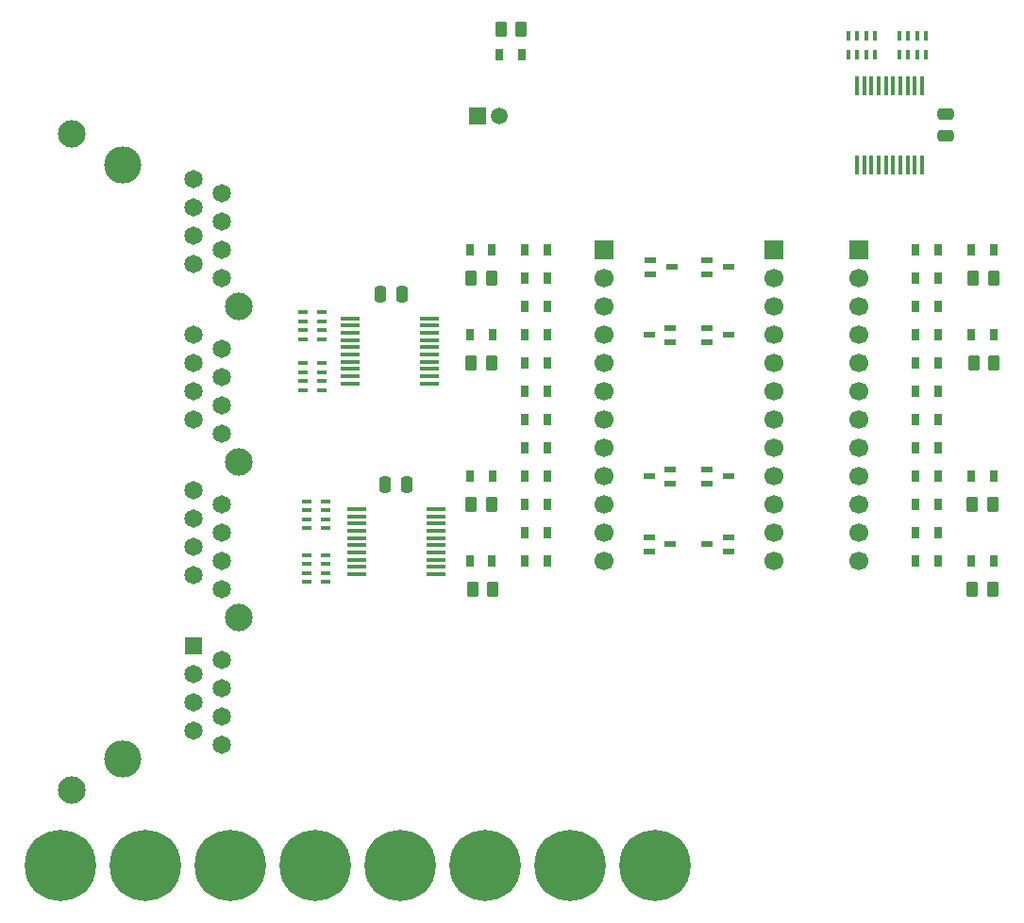
<source format=gts>
%TF.GenerationSoftware,KiCad,Pcbnew,9.0.4*%
%TF.CreationDate,2025-09-13T12:09:18+02:00*%
%TF.ProjectId,HCP65 24 Pin Tester,48435036-3520-4323-9420-50696e205465,V1*%
%TF.SameCoordinates,Original*%
%TF.FileFunction,Soldermask,Top*%
%TF.FilePolarity,Negative*%
%FSLAX46Y46*%
G04 Gerber Fmt 4.6, Leading zero omitted, Abs format (unit mm)*
G04 Created by KiCad (PCBNEW 9.0.4) date 2025-09-13 12:09:18*
%MOMM*%
%LPD*%
G01*
G04 APERTURE LIST*
G04 Aperture macros list*
%AMRoundRect*
0 Rectangle with rounded corners*
0 $1 Rounding radius*
0 $2 $3 $4 $5 $6 $7 $8 $9 X,Y pos of 4 corners*
0 Add a 4 corners polygon primitive as box body*
4,1,4,$2,$3,$4,$5,$6,$7,$8,$9,$2,$3,0*
0 Add four circle primitives for the rounded corners*
1,1,$1+$1,$2,$3*
1,1,$1+$1,$4,$5*
1,1,$1+$1,$6,$7*
1,1,$1+$1,$8,$9*
0 Add four rect primitives between the rounded corners*
20,1,$1+$1,$2,$3,$4,$5,0*
20,1,$1+$1,$4,$5,$6,$7,0*
20,1,$1+$1,$6,$7,$8,$9,0*
20,1,$1+$1,$8,$9,$2,$3,0*%
G04 Aperture macros list end*
%ADD10R,1.500000X1.500000*%
%ADD11C,1.500000*%
%ADD12C,6.400000*%
%ADD13R,0.800000X1.000000*%
%ADD14RoundRect,0.250000X-0.262500X-0.450000X0.262500X-0.450000X0.262500X0.450000X-0.262500X0.450000X0*%
%ADD15R,0.900000X0.450000*%
%ADD16R,1.000000X0.550000*%
%ADD17RoundRect,0.250000X0.475000X-0.250000X0.475000X0.250000X-0.475000X0.250000X-0.475000X-0.250000X0*%
%ADD18R,1.800000X0.450000*%
%ADD19R,0.450000X1.800000*%
%ADD20R,0.450000X0.900000*%
%ADD21RoundRect,0.250000X0.250000X0.475000X-0.250000X0.475000X-0.250000X-0.475000X0.250000X-0.475000X0*%
%ADD22C,2.475000*%
%ADD23C,1.650000*%
%ADD24R,1.650000X1.650000*%
%ADD25C,3.330000*%
%ADD26C,1.700000*%
%ADD27R,1.700000X1.700000*%
G04 APERTURE END LIST*
D10*
%TO.C,C10*%
X25432000Y5715000D03*
D11*
X27432000Y5715000D03*
%TD*%
D12*
%TO.C,H4*%
X3247002Y-61595496D03*
%TD*%
D13*
%TO.C,LED4*%
X69752499Y-26670000D03*
X71752500Y-26670000D03*
%TD*%
%TO.C,LED25*%
X64785999Y-8890000D03*
X66786000Y-8890000D03*
%TD*%
%TO.C,LED29*%
X64785999Y-19050000D03*
X66786000Y-19050000D03*
%TD*%
D12*
%TO.C,H7*%
X18487002Y-61595496D03*
%TD*%
D13*
%TO.C,LED19*%
X64785999Y-34290000D03*
X66786000Y-34290000D03*
%TD*%
D14*
%TO.C,R1*%
X26693500Y-8880000D03*
X24868500Y-8880000D03*
%TD*%
D13*
%TO.C,LED12*%
X31734001Y-13970000D03*
X29734000Y-13970000D03*
%TD*%
D14*
%TO.C,R11*%
X71651500Y-36820000D03*
X69826500Y-36820000D03*
%TD*%
D13*
%TO.C,LED14*%
X31734001Y-8890000D03*
X29734000Y-8890000D03*
%TD*%
%TO.C,LED5*%
X26767501Y-34290000D03*
X24767500Y-34290000D03*
%TD*%
D12*
%TO.C,H8*%
X33727002Y-61595496D03*
%TD*%
D13*
%TO.C,LED20*%
X31734001Y-34290000D03*
X29734000Y-34290000D03*
%TD*%
%TO.C,LED1*%
X26767501Y-6350000D03*
X24767500Y-6350000D03*
%TD*%
%TO.C,LED30*%
X64785999Y-21590000D03*
X66786000Y-21590000D03*
%TD*%
D15*
%TO.C,RN1*%
X9796000Y-18896200D03*
X9796000Y-18096200D03*
X9796000Y-17296200D03*
X9796000Y-16496200D03*
X11496000Y-16496200D03*
X11496000Y-17296200D03*
X11496000Y-18096200D03*
X11496000Y-18896200D03*
%TD*%
D13*
%TO.C,LED27*%
X64785999Y-13970000D03*
X66786000Y-13970000D03*
%TD*%
D16*
%TO.C,D5*%
X42732999Y-32766000D03*
X40833000Y-33416000D03*
X40833000Y-32116000D03*
%TD*%
D13*
%TO.C,LED22*%
X31734001Y-29210000D03*
X29734000Y-29210000D03*
%TD*%
D12*
%TO.C,H6*%
X26107002Y-61595496D03*
%TD*%
D13*
%TO.C,LED9*%
X31734001Y-21590000D03*
X29734000Y-21590000D03*
%TD*%
D14*
%TO.C,R7*%
X26709500Y-29200000D03*
X24884500Y-29200000D03*
%TD*%
D13*
%TO.C,LED8*%
X26783501Y-26670000D03*
X24783500Y-26670000D03*
%TD*%
D12*
%TO.C,H3*%
X-4372998Y-61595496D03*
%TD*%
D13*
%TO.C,LED26*%
X64785999Y-11430000D03*
X66786000Y-11430000D03*
%TD*%
%TO.C,LED13*%
X31734001Y-11430000D03*
X29734000Y-11430000D03*
%TD*%
%TO.C,LED21*%
X31734001Y-31750000D03*
X29734000Y-31750000D03*
%TD*%
%TO.C,LED15*%
X31734001Y-6350000D03*
X29734000Y-6350000D03*
%TD*%
%TO.C,LED16*%
X64785999Y-26670000D03*
X66786000Y-26670000D03*
%TD*%
%TO.C,LED3*%
X69736499Y-13970000D03*
X71736500Y-13970000D03*
%TD*%
D17*
%TO.C,C2*%
X67493000Y5836000D03*
X67493000Y3936000D03*
%TD*%
D12*
%TO.C,H5*%
X10867002Y-61595496D03*
%TD*%
D16*
%TO.C,D1*%
X42859999Y-7874000D03*
X40960000Y-8524000D03*
X40960000Y-7224000D03*
%TD*%
D15*
%TO.C,RN6*%
X10101000Y-31299000D03*
X10101000Y-30499000D03*
X10101000Y-29699000D03*
X10101000Y-28899000D03*
X11801000Y-28899000D03*
X11801000Y-29699000D03*
X11801000Y-30499000D03*
X11801000Y-31299000D03*
%TD*%
D18*
%TO.C,IC1*%
X21146000Y-12457000D03*
X21146000Y-13107000D03*
X21146001Y-13757000D03*
X21146000Y-14407000D03*
X21146000Y-15057000D03*
X21146000Y-15707000D03*
X21146000Y-16357000D03*
X21146001Y-17007000D03*
X21146000Y-17657000D03*
X21146000Y-18307000D03*
X14046000Y-18307000D03*
X14046000Y-17657000D03*
X14045999Y-17007000D03*
X14046000Y-16357000D03*
X14046000Y-15707000D03*
X14046000Y-15057000D03*
X14046000Y-14407000D03*
X14045999Y-13757000D03*
X14046000Y-13107000D03*
X14046000Y-12457000D03*
%TD*%
D19*
%TO.C,IC3*%
X65338000Y1282000D03*
X64688000Y1282000D03*
X64038000Y1281999D03*
X63388000Y1282000D03*
X62738000Y1282000D03*
X62088000Y1282000D03*
X61438000Y1282000D03*
X60788000Y1281999D03*
X60138000Y1282000D03*
X59488000Y1282000D03*
X59488000Y8382000D03*
X60138000Y8382000D03*
X60788000Y8382001D03*
X61438000Y8382000D03*
X62088000Y8382000D03*
X62738000Y8382000D03*
X63388000Y8382000D03*
X64038000Y8382001D03*
X64688000Y8382000D03*
X65338000Y8382000D03*
%TD*%
D13*
%TO.C,LED6*%
X69736499Y-6350000D03*
X71736500Y-6350000D03*
%TD*%
D20*
%TO.C,RN9*%
X63286000Y12892000D03*
X64086000Y12892000D03*
X64886000Y12892000D03*
X65686000Y12892000D03*
X65686000Y11192000D03*
X64886000Y11192000D03*
X64086000Y11192000D03*
X63286000Y11192000D03*
%TD*%
D13*
%TO.C,LED17*%
X64785999Y-29210000D03*
X66786000Y-29210000D03*
%TD*%
%TO.C,LED18*%
X64785999Y-31750000D03*
X66786000Y-31750000D03*
%TD*%
D21*
%TO.C,C1*%
X16769000Y-10287000D03*
X18669000Y-10287000D03*
%TD*%
D22*
%TO.C,J1*%
X-10920000Y-54860000D03*
X4060000Y-39370000D03*
X4060000Y-25400001D03*
X4060000Y-11430000D03*
X-10920000Y4060000D03*
D23*
X2540000Y-8890000D03*
X0Y-7619999D03*
X2540000Y-6350000D03*
X0Y-5080000D03*
X2540000Y-3810000D03*
X0Y-2540000D03*
X2540000Y-1270000D03*
X0Y0D03*
X2540000Y-22860000D03*
X0Y-21590000D03*
X2540000Y-20320000D03*
X0Y-19050000D03*
X2540000Y-17780000D03*
X0Y-16510000D03*
X2540000Y-15240000D03*
X0Y-13970001D03*
X2540000Y-36830000D03*
X0Y-35560000D03*
X2540000Y-34290000D03*
X0Y-33020000D03*
X2540000Y-31750000D03*
X0Y-30479999D03*
X2540000Y-29210000D03*
X0Y-27940000D03*
X2540000Y-50800000D03*
X0Y-49530000D03*
X2540000Y-48260000D03*
X0Y-46989999D03*
X2540000Y-45720000D03*
X0Y-44450000D03*
X2540000Y-43180000D03*
D24*
X0Y-41910000D03*
D25*
X-6350000Y-52070000D03*
X-6350000Y1270000D03*
%TD*%
D13*
%TO.C,LED31*%
X64785999Y-24130000D03*
X66786000Y-24130000D03*
%TD*%
D15*
%TO.C,RN2*%
X9796000Y-14329200D03*
X9796000Y-13529200D03*
X9796000Y-12729200D03*
X9796000Y-11929200D03*
X11496000Y-11929200D03*
X11496000Y-12729200D03*
X11496000Y-13529200D03*
X11496000Y-14329200D03*
%TD*%
D16*
%TO.C,D8*%
X40833001Y-26670000D03*
X42733000Y-26020000D03*
X42733000Y-27320000D03*
%TD*%
D14*
%TO.C,R4*%
X26820500Y-36820000D03*
X24995500Y-36820000D03*
%TD*%
D21*
%TO.C,C3*%
X17195000Y-27432000D03*
X19095000Y-27432000D03*
%TD*%
D12*
%TO.C,H2*%
X-11992998Y-61595496D03*
%TD*%
D26*
%TO.C,J8*%
X36830000Y-34290000D03*
X36830000Y-31750000D03*
X36830000Y-29210000D03*
X36830000Y-26670000D03*
X36830000Y-24130000D03*
X36830000Y-21590000D03*
X36830000Y-19050000D03*
X36830000Y-16510000D03*
X36830000Y-13970000D03*
X36830000Y-11430000D03*
X36830000Y-8890000D03*
D27*
X36830000Y-6350000D03*
%TD*%
D16*
%TO.C,D7*%
X40833001Y-13970000D03*
X42733000Y-13320000D03*
X42733000Y-14620000D03*
%TD*%
D13*
%TO.C,LED7*%
X26797001Y-13970000D03*
X24797000Y-13970000D03*
%TD*%
%TO.C,LED23*%
X31734001Y-26670000D03*
X29734000Y-26670000D03*
%TD*%
%TO.C,LED24*%
X64785999Y-6350000D03*
X66786000Y-6350000D03*
%TD*%
D16*
%TO.C,D6*%
X47939999Y-7874000D03*
X46040000Y-8524000D03*
X46040000Y-7224000D03*
%TD*%
D13*
%TO.C,LED10*%
X31734001Y-19050000D03*
X29734000Y-19050000D03*
%TD*%
D26*
%TO.C,J3*%
X52070000Y-34290000D03*
X52070000Y-31750000D03*
X52070000Y-29210000D03*
X52070000Y-26670000D03*
X52070000Y-24130000D03*
X52070000Y-21590000D03*
X52070000Y-19050000D03*
X52070000Y-16510000D03*
X52070000Y-13970000D03*
X52070000Y-11430000D03*
X52070000Y-8890000D03*
D27*
X52070000Y-6350000D03*
%TD*%
D20*
%TO.C,RN10*%
X58714000Y12892000D03*
X59514000Y12892000D03*
X60314000Y12892000D03*
X61114000Y12892000D03*
X61114000Y11192000D03*
X60314000Y11192000D03*
X59514000Y11192000D03*
X58714000Y11192000D03*
%TD*%
D15*
%TO.C,RN5*%
X10101000Y-36125000D03*
X10101000Y-35325000D03*
X10101000Y-34525000D03*
X10101000Y-33725000D03*
X11801000Y-33725000D03*
X11801000Y-34525000D03*
X11801000Y-35325000D03*
X11801000Y-36125000D03*
%TD*%
D14*
%TO.C,R12*%
X29360500Y13472000D03*
X27535500Y13472000D03*
%TD*%
D16*
%TO.C,D4*%
X47939999Y-26670000D03*
X46040000Y-27320000D03*
X46040000Y-26020000D03*
%TD*%
D12*
%TO.C,H1*%
X41347002Y-61595496D03*
%TD*%
D16*
%TO.C,D3*%
X47939999Y-13970000D03*
X46040000Y-14620000D03*
X46040000Y-13320000D03*
%TD*%
D26*
%TO.C,J9*%
X59690000Y-34290000D03*
X59690000Y-31750000D03*
X59690000Y-29210000D03*
X59690000Y-26670000D03*
X59690000Y-24130000D03*
X59690000Y-21590000D03*
X59690000Y-19050000D03*
X59690000Y-16510000D03*
X59690000Y-13970000D03*
X59690000Y-11430000D03*
X59690000Y-8890000D03*
D27*
X59690000Y-6350000D03*
%TD*%
D13*
%TO.C,LED28*%
X64785999Y-16510000D03*
X66786000Y-16510000D03*
%TD*%
%TO.C,LED11*%
X31734001Y-16510000D03*
X29734000Y-16510000D03*
%TD*%
%TO.C,LED2*%
X69752499Y-34290000D03*
X71752500Y-34290000D03*
%TD*%
%TO.C,LED49*%
X29425001Y11198500D03*
X27425000Y11198500D03*
%TD*%
D14*
%TO.C,R3*%
X71651500Y-29200000D03*
X69826500Y-29200000D03*
%TD*%
D18*
%TO.C,IC2*%
X21711000Y-29587000D03*
X21711000Y-30237000D03*
X21711001Y-30887000D03*
X21711000Y-31537000D03*
X21711000Y-32187000D03*
X21711000Y-32837000D03*
X21711000Y-33487000D03*
X21711001Y-34137000D03*
X21711000Y-34787000D03*
X21711000Y-35437000D03*
X14611000Y-35437000D03*
X14611000Y-34787000D03*
X14610999Y-34137000D03*
X14611000Y-33487000D03*
X14611000Y-32837000D03*
X14611000Y-32187000D03*
X14611000Y-31537000D03*
X14610999Y-30887000D03*
X14611000Y-30237000D03*
X14611000Y-29587000D03*
%TD*%
D14*
%TO.C,R5*%
X71762500Y-8880000D03*
X69937500Y-8880000D03*
%TD*%
%TO.C,R2*%
X71792000Y-16500000D03*
X69967000Y-16500000D03*
%TD*%
%TO.C,R6*%
X26723000Y-16500000D03*
X24898000Y-16500000D03*
%TD*%
D13*
%TO.C,LED48*%
X31734001Y-24130000D03*
X29734000Y-24130000D03*
%TD*%
D16*
%TO.C,D2*%
X46040001Y-32766000D03*
X47940000Y-32116000D03*
X47940000Y-33416000D03*
%TD*%
M02*

</source>
